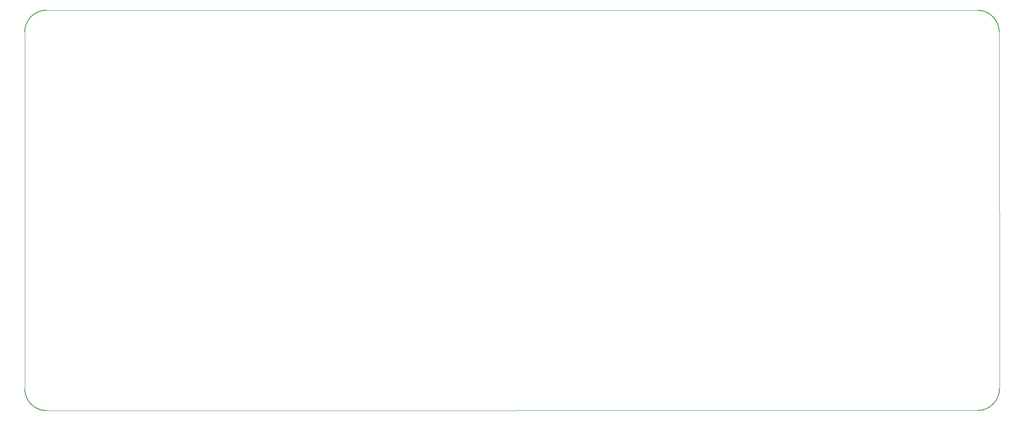
<source format=gbr>
%TF.GenerationSoftware,KiCad,Pcbnew,(6.0.10-0)*%
%TF.CreationDate,2022-12-28T18:35:23+01:00*%
%TF.ProjectId,seeq,73656571-2e6b-4696-9361-645f70636258,rev?*%
%TF.SameCoordinates,Original*%
%TF.FileFunction,Profile,NP*%
%FSLAX46Y46*%
G04 Gerber Fmt 4.6, Leading zero omitted, Abs format (unit mm)*
G04 Created by KiCad (PCBNEW (6.0.10-0)) date 2022-12-28 18:35:23*
%MOMM*%
%LPD*%
G01*
G04 APERTURE LIST*
%TA.AperFunction,Profile*%
%ADD10C,0.100000*%
%TD*%
%TA.AperFunction,Profile*%
%ADD11C,0.150000*%
%TD*%
G04 APERTURE END LIST*
D10*
X232441910Y-103505000D02*
X232410000Y-30480000D01*
D11*
X32988090Y-103536910D02*
G75*
G03*
X37433090Y-107981910I4445010J10D01*
G01*
D10*
X37433090Y-107981910D02*
X227996910Y-107950000D01*
D11*
X37433090Y-26003090D02*
G75*
G03*
X32988090Y-30448090I0J-4445000D01*
G01*
X227996910Y-107950010D02*
G75*
G03*
X232441910Y-103505000I-10J4445010D01*
G01*
D10*
X227965000Y-26035000D02*
X37433090Y-26003090D01*
X32988090Y-30448090D02*
X32988090Y-103536910D01*
D11*
X232410000Y-30480000D02*
G75*
G03*
X227965000Y-26035000I-4445000J0D01*
G01*
M02*

</source>
